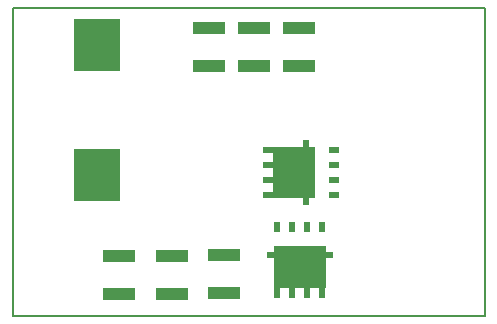
<source format=gtp>
%FSLAX25Y25*%
%MOIN*%
G70*
G01*
G75*
G04 Layer_Color=8421504*
%ADD10R,0.10630X0.03937*%
%ADD11R,0.15748X0.17716*%
%ADD12R,0.14410X0.09843*%
%ADD13R,0.14410X0.07874*%
%ADD14R,0.01969X0.06299*%
%ADD15R,0.03543X0.02126*%
%ADD16R,0.09843X0.14410*%
%ADD17R,0.07874X0.14410*%
%ADD18R,0.06299X0.01969*%
%ADD19R,0.02126X0.03543*%
%ADD20C,0.01000*%
%ADD21C,0.02000*%
%ADD22C,0.00800*%
%ADD23R,0.05400X0.12900*%
%ADD24R,0.21600X0.06537*%
%ADD25C,0.00500*%
%ADD26C,0.05906*%
%ADD27R,0.05906X0.05906*%
%ADD28O,0.10000X0.06000*%
%ADD29R,0.10000X0.06000*%
%ADD30C,0.04000*%
%ADD31C,0.02000*%
%ADD32C,0.03000*%
%ADD33R,0.02756X0.03347*%
%ADD34R,0.03347X0.02756*%
%ADD35R,0.05118X0.03937*%
%ADD36R,0.13386X0.07087*%
%ADD37O,0.02756X0.01181*%
%ADD38O,0.01181X0.02756*%
D10*
X53100Y19995D02*
D03*
Y7200D02*
D03*
X70400Y20195D02*
D03*
Y7400D02*
D03*
X35500Y19995D02*
D03*
Y7200D02*
D03*
X95300Y95895D02*
D03*
Y83100D02*
D03*
X65500Y95895D02*
D03*
Y83100D02*
D03*
X80600Y95895D02*
D03*
Y83100D02*
D03*
D11*
X28200Y46900D02*
D03*
Y90207D02*
D03*
D12*
X93872Y51259D02*
D03*
D13*
Y43017D02*
D03*
D14*
X97908Y55512D02*
D03*
Y39764D02*
D03*
D15*
X107160Y45138D02*
D03*
X85122D02*
D03*
X107160Y55138D02*
D03*
Y50138D02*
D03*
X85122Y55138D02*
D03*
X107160Y40138D02*
D03*
X85122D02*
D03*
Y50138D02*
D03*
D16*
X92158Y16100D02*
D03*
D17*
X100400D02*
D03*
D18*
X87905Y20135D02*
D03*
X103653D02*
D03*
D19*
X98279Y29387D02*
D03*
Y7350D02*
D03*
X88279Y29387D02*
D03*
X93279D02*
D03*
X88279Y7350D02*
D03*
X103279Y29387D02*
D03*
Y7350D02*
D03*
X93279D02*
D03*
D25*
X0Y102362D02*
X157480D01*
Y0D02*
Y102362D01*
X0Y0D02*
X157480D01*
X0D02*
Y102362D01*
M02*

</source>
